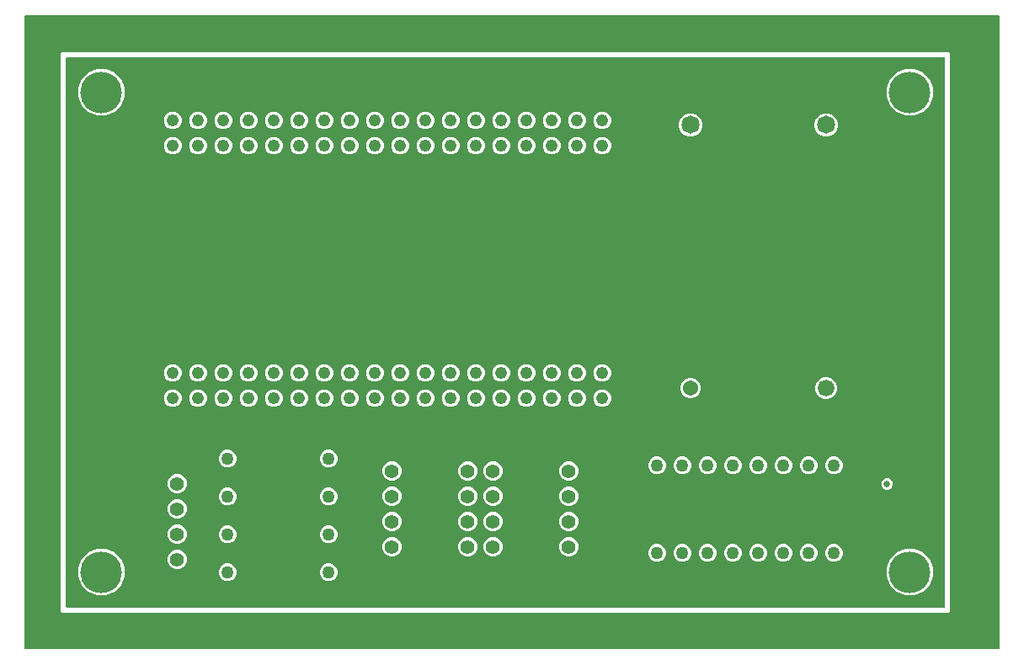
<source format=gbr>
G04 EAGLE Gerber RS-274X export*
G75*
%MOIN*%
%FSLAX34Y34*%
%LPD*%
%INCopper Layer 15*%
%IPPOS*%
%AMOC8*
5,1,8,0,0,1.08239X$1,22.5*%
G01*
%ADD10C,0.071654*%
%ADD11C,0.066142*%
%ADD12C,0.060630*%
%ADD13C,0.049000*%
%ADD14C,0.049606*%
%ADD15C,0.056000*%
%ADD16C,0.165000*%
%ADD17C,0.025780*%

G36*
X37005Y-1549D02*
X37005Y-1549D01*
X37010Y-1548D01*
X37011Y-1548D01*
X37012Y-1548D01*
X37017Y-1546D01*
X37022Y-1544D01*
X37023Y-1544D01*
X37024Y-1543D01*
X37028Y-1540D01*
X37032Y-1537D01*
X37033Y-1536D01*
X37034Y-1536D01*
X37037Y-1532D01*
X37040Y-1528D01*
X37041Y-1527D01*
X37042Y-1526D01*
X37044Y-1522D01*
X37046Y-1517D01*
X37046Y-1516D01*
X37047Y-1515D01*
X37049Y-1503D01*
X37049Y-1501D01*
X37049Y-1500D01*
X37049Y23500D01*
X37049Y23505D01*
X37048Y23510D01*
X37048Y23511D01*
X37048Y23512D01*
X37046Y23517D01*
X37044Y23522D01*
X37044Y23523D01*
X37043Y23524D01*
X37040Y23528D01*
X37037Y23532D01*
X37036Y23533D01*
X37036Y23534D01*
X37032Y23537D01*
X37028Y23540D01*
X37027Y23541D01*
X37026Y23542D01*
X37022Y23544D01*
X37017Y23546D01*
X37016Y23546D01*
X37015Y23547D01*
X37003Y23549D01*
X37001Y23549D01*
X37000Y23549D01*
X-1500Y23549D01*
X-1505Y23549D01*
X-1510Y23548D01*
X-1511Y23548D01*
X-1512Y23548D01*
X-1517Y23546D01*
X-1522Y23544D01*
X-1523Y23544D01*
X-1524Y23543D01*
X-1528Y23540D01*
X-1532Y23537D01*
X-1533Y23536D01*
X-1534Y23536D01*
X-1537Y23532D01*
X-1540Y23528D01*
X-1541Y23527D01*
X-1542Y23526D01*
X-1544Y23522D01*
X-1546Y23517D01*
X-1546Y23516D01*
X-1547Y23515D01*
X-1549Y23503D01*
X-1549Y23501D01*
X-1549Y23500D01*
X-1549Y-1500D01*
X-1549Y-1505D01*
X-1548Y-1510D01*
X-1548Y-1511D01*
X-1548Y-1512D01*
X-1546Y-1517D01*
X-1544Y-1522D01*
X-1544Y-1523D01*
X-1543Y-1524D01*
X-1540Y-1528D01*
X-1537Y-1532D01*
X-1536Y-1533D01*
X-1536Y-1534D01*
X-1532Y-1537D01*
X-1528Y-1540D01*
X-1527Y-1541D01*
X-1526Y-1542D01*
X-1522Y-1544D01*
X-1517Y-1546D01*
X-1516Y-1546D01*
X-1515Y-1547D01*
X-1503Y-1549D01*
X-1501Y-1549D01*
X-1500Y-1549D01*
X37000Y-1549D01*
X37005Y-1549D01*
G37*
%LPC*%
G36*
X-42Y-101D02*
X-42Y-101D01*
X-101Y-42D01*
X-101Y22042D01*
X-42Y22101D01*
X35042Y22101D01*
X35101Y22042D01*
X35101Y-42D01*
X35042Y-101D01*
X-42Y-101D01*
G37*
%LPD*%
G36*
X34855Y101D02*
X34855Y101D01*
X34860Y102D01*
X34861Y102D01*
X34862Y102D01*
X34867Y104D01*
X34872Y106D01*
X34873Y106D01*
X34874Y107D01*
X34878Y110D01*
X34882Y113D01*
X34883Y114D01*
X34884Y114D01*
X34887Y118D01*
X34890Y122D01*
X34891Y123D01*
X34892Y124D01*
X34894Y128D01*
X34896Y133D01*
X34896Y134D01*
X34897Y135D01*
X34899Y147D01*
X34899Y149D01*
X34899Y150D01*
X34899Y21850D01*
X34899Y21855D01*
X34898Y21860D01*
X34898Y21861D01*
X34898Y21862D01*
X34896Y21867D01*
X34894Y21872D01*
X34894Y21873D01*
X34893Y21874D01*
X34890Y21878D01*
X34887Y21882D01*
X34886Y21883D01*
X34886Y21884D01*
X34882Y21887D01*
X34878Y21890D01*
X34877Y21891D01*
X34876Y21892D01*
X34872Y21894D01*
X34867Y21896D01*
X34866Y21896D01*
X34865Y21897D01*
X34853Y21899D01*
X34851Y21899D01*
X34850Y21899D01*
X150Y21899D01*
X145Y21899D01*
X140Y21898D01*
X139Y21898D01*
X138Y21898D01*
X133Y21896D01*
X128Y21894D01*
X127Y21894D01*
X126Y21893D01*
X122Y21890D01*
X118Y21887D01*
X117Y21886D01*
X116Y21886D01*
X113Y21882D01*
X110Y21878D01*
X109Y21877D01*
X108Y21876D01*
X106Y21872D01*
X104Y21867D01*
X104Y21866D01*
X103Y21865D01*
X101Y21853D01*
X101Y21851D01*
X101Y21850D01*
X101Y150D01*
X101Y145D01*
X102Y140D01*
X102Y139D01*
X102Y138D01*
X104Y133D01*
X106Y128D01*
X106Y127D01*
X107Y126D01*
X110Y122D01*
X113Y118D01*
X114Y117D01*
X114Y116D01*
X118Y113D01*
X122Y110D01*
X123Y109D01*
X124Y108D01*
X128Y106D01*
X133Y104D01*
X134Y104D01*
X135Y103D01*
X147Y101D01*
X149Y101D01*
X150Y101D01*
X34850Y101D01*
X34855Y101D01*
G37*
%LPC*%
G36*
X33316Y19574D02*
X33316Y19574D01*
X32976Y19715D01*
X32715Y19976D01*
X32574Y20316D01*
X32574Y20684D01*
X32715Y21024D01*
X32976Y21285D01*
X33316Y21426D01*
X33684Y21426D01*
X34024Y21285D01*
X34285Y21024D01*
X34426Y20684D01*
X34426Y20316D01*
X34285Y19976D01*
X34024Y19715D01*
X33684Y19574D01*
X33316Y19574D01*
G37*
%LPD*%
%LPC*%
G36*
X1316Y19574D02*
X1316Y19574D01*
X976Y19715D01*
X715Y19976D01*
X574Y20316D01*
X574Y20684D01*
X715Y21024D01*
X976Y21285D01*
X1316Y21426D01*
X1684Y21426D01*
X2024Y21285D01*
X2285Y21024D01*
X2426Y20684D01*
X2426Y20316D01*
X2285Y19976D01*
X2024Y19715D01*
X1684Y19574D01*
X1316Y19574D01*
G37*
%LPD*%
%LPC*%
G36*
X33316Y574D02*
X33316Y574D01*
X32976Y715D01*
X32715Y976D01*
X32574Y1316D01*
X32574Y1684D01*
X32715Y2024D01*
X32976Y2285D01*
X33316Y2426D01*
X33684Y2426D01*
X34024Y2285D01*
X34285Y2024D01*
X34426Y1684D01*
X34426Y1316D01*
X34285Y976D01*
X34024Y715D01*
X33684Y574D01*
X33316Y574D01*
G37*
%LPD*%
%LPC*%
G36*
X1316Y574D02*
X1316Y574D01*
X976Y715D01*
X715Y976D01*
X574Y1316D01*
X574Y1684D01*
X715Y2024D01*
X976Y2285D01*
X1316Y2426D01*
X1684Y2426D01*
X2024Y2285D01*
X2285Y2024D01*
X2426Y1684D01*
X2426Y1316D01*
X2285Y976D01*
X2024Y715D01*
X1684Y574D01*
X1316Y574D01*
G37*
%LPD*%
%LPC*%
G36*
X24728Y18754D02*
X24728Y18754D01*
X24559Y18823D01*
X24430Y18953D01*
X24360Y19121D01*
X24360Y19304D01*
X24430Y19473D01*
X24559Y19602D01*
X24728Y19672D01*
X24910Y19672D01*
X25079Y19602D01*
X25208Y19473D01*
X25278Y19304D01*
X25278Y19121D01*
X25208Y18953D01*
X25079Y18823D01*
X24910Y18754D01*
X24728Y18754D01*
G37*
%LPD*%
%LPC*%
G36*
X30090Y18754D02*
X30090Y18754D01*
X29921Y18823D01*
X29792Y18953D01*
X29722Y19121D01*
X29722Y19304D01*
X29792Y19473D01*
X29921Y19602D01*
X30090Y19672D01*
X30272Y19672D01*
X30441Y19602D01*
X30570Y19473D01*
X30640Y19304D01*
X30640Y19121D01*
X30570Y18953D01*
X30441Y18823D01*
X30272Y18754D01*
X30090Y18754D01*
G37*
%LPD*%
%LPC*%
G36*
X30095Y8356D02*
X30095Y8356D01*
X29937Y8422D01*
X29815Y8543D01*
X29750Y8702D01*
X29750Y8873D01*
X29815Y9032D01*
X29937Y9153D01*
X30095Y9219D01*
X30267Y9219D01*
X30426Y9153D01*
X30547Y9032D01*
X30613Y8873D01*
X30613Y8702D01*
X30547Y8543D01*
X30426Y8422D01*
X30267Y8356D01*
X30095Y8356D01*
G37*
%LPD*%
%LPC*%
G36*
X24739Y8384D02*
X24739Y8384D01*
X24590Y8445D01*
X24476Y8559D01*
X24415Y8707D01*
X24415Y8868D01*
X24476Y9016D01*
X24590Y9130D01*
X24739Y9191D01*
X24899Y9191D01*
X25048Y9130D01*
X25161Y9016D01*
X25223Y8868D01*
X25223Y8707D01*
X25161Y8559D01*
X25048Y8445D01*
X24899Y8384D01*
X24739Y8384D01*
G37*
%LPD*%
%LPC*%
G36*
X19924Y2119D02*
X19924Y2119D01*
X19784Y2177D01*
X19677Y2284D01*
X19619Y2424D01*
X19619Y2576D01*
X19677Y2716D01*
X19784Y2823D01*
X19924Y2881D01*
X20076Y2881D01*
X20216Y2823D01*
X20323Y2716D01*
X20381Y2576D01*
X20381Y2424D01*
X20323Y2284D01*
X20216Y2177D01*
X20076Y2119D01*
X19924Y2119D01*
G37*
%LPD*%
%LPC*%
G36*
X16924Y3119D02*
X16924Y3119D01*
X16784Y3177D01*
X16677Y3284D01*
X16619Y3424D01*
X16619Y3576D01*
X16677Y3716D01*
X16784Y3823D01*
X16924Y3881D01*
X17076Y3881D01*
X17216Y3823D01*
X17323Y3716D01*
X17381Y3576D01*
X17381Y3424D01*
X17323Y3284D01*
X17216Y3177D01*
X17076Y3119D01*
X16924Y3119D01*
G37*
%LPD*%
%LPC*%
G36*
X15924Y3119D02*
X15924Y3119D01*
X15784Y3177D01*
X15677Y3284D01*
X15619Y3424D01*
X15619Y3576D01*
X15677Y3716D01*
X15784Y3823D01*
X15924Y3881D01*
X16076Y3881D01*
X16216Y3823D01*
X16323Y3716D01*
X16381Y3576D01*
X16381Y3424D01*
X16323Y3284D01*
X16216Y3177D01*
X16076Y3119D01*
X15924Y3119D01*
G37*
%LPD*%
%LPC*%
G36*
X12924Y3119D02*
X12924Y3119D01*
X12784Y3177D01*
X12677Y3284D01*
X12619Y3424D01*
X12619Y3576D01*
X12677Y3716D01*
X12784Y3823D01*
X12924Y3881D01*
X13076Y3881D01*
X13216Y3823D01*
X13323Y3716D01*
X13381Y3576D01*
X13381Y3424D01*
X13323Y3284D01*
X13216Y3177D01*
X13076Y3119D01*
X12924Y3119D01*
G37*
%LPD*%
%LPC*%
G36*
X4424Y2619D02*
X4424Y2619D01*
X4284Y2677D01*
X4177Y2784D01*
X4119Y2924D01*
X4119Y3076D01*
X4177Y3216D01*
X4284Y3323D01*
X4424Y3381D01*
X4576Y3381D01*
X4716Y3323D01*
X4823Y3216D01*
X4881Y3076D01*
X4881Y2924D01*
X4823Y2784D01*
X4716Y2677D01*
X4576Y2619D01*
X4424Y2619D01*
G37*
%LPD*%
%LPC*%
G36*
X16924Y2119D02*
X16924Y2119D01*
X16784Y2177D01*
X16677Y2284D01*
X16619Y2424D01*
X16619Y2576D01*
X16677Y2716D01*
X16784Y2823D01*
X16924Y2881D01*
X17076Y2881D01*
X17216Y2823D01*
X17323Y2716D01*
X17381Y2576D01*
X17381Y2424D01*
X17323Y2284D01*
X17216Y2177D01*
X17076Y2119D01*
X16924Y2119D01*
G37*
%LPD*%
%LPC*%
G36*
X15924Y2119D02*
X15924Y2119D01*
X15784Y2177D01*
X15677Y2284D01*
X15619Y2424D01*
X15619Y2576D01*
X15677Y2716D01*
X15784Y2823D01*
X15924Y2881D01*
X16076Y2881D01*
X16216Y2823D01*
X16323Y2716D01*
X16381Y2576D01*
X16381Y2424D01*
X16323Y2284D01*
X16216Y2177D01*
X16076Y2119D01*
X15924Y2119D01*
G37*
%LPD*%
%LPC*%
G36*
X12924Y2119D02*
X12924Y2119D01*
X12784Y2177D01*
X12677Y2284D01*
X12619Y2424D01*
X12619Y2576D01*
X12677Y2716D01*
X12784Y2823D01*
X12924Y2881D01*
X13076Y2881D01*
X13216Y2823D01*
X13323Y2716D01*
X13381Y2576D01*
X13381Y2424D01*
X13323Y2284D01*
X13216Y2177D01*
X13076Y2119D01*
X12924Y2119D01*
G37*
%LPD*%
%LPC*%
G36*
X4424Y1619D02*
X4424Y1619D01*
X4284Y1677D01*
X4177Y1784D01*
X4119Y1924D01*
X4119Y2076D01*
X4177Y2216D01*
X4284Y2323D01*
X4424Y2381D01*
X4576Y2381D01*
X4716Y2323D01*
X4823Y2216D01*
X4881Y2076D01*
X4881Y1924D01*
X4823Y1784D01*
X4716Y1677D01*
X4576Y1619D01*
X4424Y1619D01*
G37*
%LPD*%
%LPC*%
G36*
X19924Y5119D02*
X19924Y5119D01*
X19784Y5177D01*
X19677Y5284D01*
X19619Y5424D01*
X19619Y5576D01*
X19677Y5716D01*
X19784Y5823D01*
X19924Y5881D01*
X20076Y5881D01*
X20216Y5823D01*
X20323Y5716D01*
X20381Y5576D01*
X20381Y5424D01*
X20323Y5284D01*
X20216Y5177D01*
X20076Y5119D01*
X19924Y5119D01*
G37*
%LPD*%
%LPC*%
G36*
X16924Y5119D02*
X16924Y5119D01*
X16784Y5177D01*
X16677Y5284D01*
X16619Y5424D01*
X16619Y5576D01*
X16677Y5716D01*
X16784Y5823D01*
X16924Y5881D01*
X17076Y5881D01*
X17216Y5823D01*
X17323Y5716D01*
X17381Y5576D01*
X17381Y5424D01*
X17323Y5284D01*
X17216Y5177D01*
X17076Y5119D01*
X16924Y5119D01*
G37*
%LPD*%
%LPC*%
G36*
X15924Y5119D02*
X15924Y5119D01*
X15784Y5177D01*
X15677Y5284D01*
X15619Y5424D01*
X15619Y5576D01*
X15677Y5716D01*
X15784Y5823D01*
X15924Y5881D01*
X16076Y5881D01*
X16216Y5823D01*
X16323Y5716D01*
X16381Y5576D01*
X16381Y5424D01*
X16323Y5284D01*
X16216Y5177D01*
X16076Y5119D01*
X15924Y5119D01*
G37*
%LPD*%
%LPC*%
G36*
X12924Y5119D02*
X12924Y5119D01*
X12784Y5177D01*
X12677Y5284D01*
X12619Y5424D01*
X12619Y5576D01*
X12677Y5716D01*
X12784Y5823D01*
X12924Y5881D01*
X13076Y5881D01*
X13216Y5823D01*
X13323Y5716D01*
X13381Y5576D01*
X13381Y5424D01*
X13323Y5284D01*
X13216Y5177D01*
X13076Y5119D01*
X12924Y5119D01*
G37*
%LPD*%
%LPC*%
G36*
X4424Y4619D02*
X4424Y4619D01*
X4284Y4677D01*
X4177Y4784D01*
X4119Y4924D01*
X4119Y5076D01*
X4177Y5216D01*
X4284Y5323D01*
X4424Y5381D01*
X4576Y5381D01*
X4716Y5323D01*
X4823Y5216D01*
X4881Y5076D01*
X4881Y4924D01*
X4823Y4784D01*
X4716Y4677D01*
X4576Y4619D01*
X4424Y4619D01*
G37*
%LPD*%
%LPC*%
G36*
X19924Y4119D02*
X19924Y4119D01*
X19784Y4177D01*
X19677Y4284D01*
X19619Y4424D01*
X19619Y4576D01*
X19677Y4716D01*
X19784Y4823D01*
X19924Y4881D01*
X20076Y4881D01*
X20216Y4823D01*
X20323Y4716D01*
X20381Y4576D01*
X20381Y4424D01*
X20323Y4284D01*
X20216Y4177D01*
X20076Y4119D01*
X19924Y4119D01*
G37*
%LPD*%
%LPC*%
G36*
X16924Y4119D02*
X16924Y4119D01*
X16784Y4177D01*
X16677Y4284D01*
X16619Y4424D01*
X16619Y4576D01*
X16677Y4716D01*
X16784Y4823D01*
X16924Y4881D01*
X17076Y4881D01*
X17216Y4823D01*
X17323Y4716D01*
X17381Y4576D01*
X17381Y4424D01*
X17323Y4284D01*
X17216Y4177D01*
X17076Y4119D01*
X16924Y4119D01*
G37*
%LPD*%
%LPC*%
G36*
X15924Y4119D02*
X15924Y4119D01*
X15784Y4177D01*
X15677Y4284D01*
X15619Y4424D01*
X15619Y4576D01*
X15677Y4716D01*
X15784Y4823D01*
X15924Y4881D01*
X16076Y4881D01*
X16216Y4823D01*
X16323Y4716D01*
X16381Y4576D01*
X16381Y4424D01*
X16323Y4284D01*
X16216Y4177D01*
X16076Y4119D01*
X15924Y4119D01*
G37*
%LPD*%
%LPC*%
G36*
X12924Y4119D02*
X12924Y4119D01*
X12784Y4177D01*
X12677Y4284D01*
X12619Y4424D01*
X12619Y4576D01*
X12677Y4716D01*
X12784Y4823D01*
X12924Y4881D01*
X13076Y4881D01*
X13216Y4823D01*
X13323Y4716D01*
X13381Y4576D01*
X13381Y4424D01*
X13323Y4284D01*
X13216Y4177D01*
X13076Y4119D01*
X12924Y4119D01*
G37*
%LPD*%
%LPC*%
G36*
X4424Y3619D02*
X4424Y3619D01*
X4284Y3677D01*
X4177Y3784D01*
X4119Y3924D01*
X4119Y4076D01*
X4177Y4216D01*
X4284Y4323D01*
X4424Y4381D01*
X4576Y4381D01*
X4716Y4323D01*
X4823Y4216D01*
X4881Y4076D01*
X4881Y3924D01*
X4823Y3784D01*
X4716Y3677D01*
X4576Y3619D01*
X4424Y3619D01*
G37*
%LPD*%
%LPC*%
G36*
X19924Y3119D02*
X19924Y3119D01*
X19784Y3177D01*
X19677Y3284D01*
X19619Y3424D01*
X19619Y3576D01*
X19677Y3716D01*
X19784Y3823D01*
X19924Y3881D01*
X20076Y3881D01*
X20216Y3823D01*
X20323Y3716D01*
X20381Y3576D01*
X20381Y3424D01*
X20323Y3284D01*
X20216Y3177D01*
X20076Y3119D01*
X19924Y3119D01*
G37*
%LPD*%
%LPC*%
G36*
X10431Y5651D02*
X10431Y5651D01*
X10302Y5704D01*
X10204Y5802D01*
X10151Y5931D01*
X10151Y6069D01*
X10204Y6198D01*
X10302Y6296D01*
X10431Y6349D01*
X10569Y6349D01*
X10698Y6296D01*
X10796Y6198D01*
X10849Y6069D01*
X10849Y5931D01*
X10796Y5802D01*
X10698Y5704D01*
X10569Y5651D01*
X10431Y5651D01*
G37*
%LPD*%
%LPC*%
G36*
X6431Y5651D02*
X6431Y5651D01*
X6302Y5704D01*
X6204Y5802D01*
X6151Y5931D01*
X6151Y6069D01*
X6204Y6198D01*
X6302Y6296D01*
X6431Y6349D01*
X6569Y6349D01*
X6698Y6296D01*
X6796Y6198D01*
X6849Y6069D01*
X6849Y5931D01*
X6796Y5802D01*
X6698Y5704D01*
X6569Y5651D01*
X6431Y5651D01*
G37*
%LPD*%
%LPC*%
G36*
X26431Y5384D02*
X26431Y5384D01*
X26302Y5437D01*
X26204Y5535D01*
X26151Y5663D01*
X26151Y5802D01*
X26204Y5930D01*
X26302Y6028D01*
X26431Y6081D01*
X26569Y6081D01*
X26698Y6028D01*
X26796Y5930D01*
X26849Y5802D01*
X26849Y5663D01*
X26796Y5535D01*
X26698Y5437D01*
X26569Y5384D01*
X26431Y5384D01*
G37*
%LPD*%
%LPC*%
G36*
X25431Y5384D02*
X25431Y5384D01*
X25302Y5437D01*
X25204Y5535D01*
X25151Y5663D01*
X25151Y5802D01*
X25204Y5930D01*
X25302Y6028D01*
X25431Y6081D01*
X25569Y6081D01*
X25698Y6028D01*
X25796Y5930D01*
X25849Y5802D01*
X25849Y5663D01*
X25796Y5535D01*
X25698Y5437D01*
X25569Y5384D01*
X25431Y5384D01*
G37*
%LPD*%
%LPC*%
G36*
X24431Y5384D02*
X24431Y5384D01*
X24302Y5437D01*
X24204Y5535D01*
X24151Y5663D01*
X24151Y5802D01*
X24204Y5930D01*
X24302Y6028D01*
X24431Y6081D01*
X24569Y6081D01*
X24698Y6028D01*
X24796Y5930D01*
X24849Y5802D01*
X24849Y5663D01*
X24796Y5535D01*
X24698Y5437D01*
X24569Y5384D01*
X24431Y5384D01*
G37*
%LPD*%
%LPC*%
G36*
X23431Y5384D02*
X23431Y5384D01*
X23302Y5437D01*
X23204Y5535D01*
X23151Y5663D01*
X23151Y5802D01*
X23204Y5930D01*
X23302Y6028D01*
X23431Y6081D01*
X23569Y6081D01*
X23698Y6028D01*
X23796Y5930D01*
X23849Y5802D01*
X23849Y5663D01*
X23796Y5535D01*
X23698Y5437D01*
X23569Y5384D01*
X23431Y5384D01*
G37*
%LPD*%
%LPC*%
G36*
X30431Y5384D02*
X30431Y5384D01*
X30302Y5437D01*
X30204Y5535D01*
X30151Y5663D01*
X30151Y5802D01*
X30204Y5930D01*
X30302Y6028D01*
X30431Y6081D01*
X30569Y6081D01*
X30698Y6028D01*
X30796Y5930D01*
X30849Y5802D01*
X30849Y5663D01*
X30796Y5535D01*
X30698Y5437D01*
X30569Y5384D01*
X30431Y5384D01*
G37*
%LPD*%
%LPC*%
G36*
X29431Y5384D02*
X29431Y5384D01*
X29302Y5437D01*
X29204Y5535D01*
X29151Y5663D01*
X29151Y5802D01*
X29204Y5930D01*
X29302Y6028D01*
X29431Y6081D01*
X29569Y6081D01*
X29698Y6028D01*
X29796Y5930D01*
X29849Y5802D01*
X29849Y5663D01*
X29796Y5535D01*
X29698Y5437D01*
X29569Y5384D01*
X29431Y5384D01*
G37*
%LPD*%
%LPC*%
G36*
X10431Y4151D02*
X10431Y4151D01*
X10302Y4204D01*
X10204Y4302D01*
X10151Y4431D01*
X10151Y4569D01*
X10204Y4698D01*
X10302Y4796D01*
X10431Y4849D01*
X10569Y4849D01*
X10698Y4796D01*
X10796Y4698D01*
X10849Y4569D01*
X10849Y4431D01*
X10796Y4302D01*
X10698Y4204D01*
X10569Y4151D01*
X10431Y4151D01*
G37*
%LPD*%
%LPC*%
G36*
X6431Y4151D02*
X6431Y4151D01*
X6302Y4204D01*
X6204Y4302D01*
X6151Y4431D01*
X6151Y4569D01*
X6204Y4698D01*
X6302Y4796D01*
X6431Y4849D01*
X6569Y4849D01*
X6698Y4796D01*
X6796Y4698D01*
X6849Y4569D01*
X6849Y4431D01*
X6796Y4302D01*
X6698Y4204D01*
X6569Y4151D01*
X6431Y4151D01*
G37*
%LPD*%
%LPC*%
G36*
X10431Y2651D02*
X10431Y2651D01*
X10302Y2704D01*
X10204Y2802D01*
X10151Y2931D01*
X10151Y3069D01*
X10204Y3198D01*
X10302Y3296D01*
X10431Y3349D01*
X10569Y3349D01*
X10698Y3296D01*
X10796Y3198D01*
X10849Y3069D01*
X10849Y2931D01*
X10796Y2802D01*
X10698Y2704D01*
X10569Y2651D01*
X10431Y2651D01*
G37*
%LPD*%
%LPC*%
G36*
X30431Y1919D02*
X30431Y1919D01*
X30302Y1972D01*
X30204Y2070D01*
X30151Y2198D01*
X30151Y2337D01*
X30204Y2465D01*
X30302Y2563D01*
X30431Y2616D01*
X30569Y2616D01*
X30698Y2563D01*
X30796Y2465D01*
X30849Y2337D01*
X30849Y2198D01*
X30796Y2070D01*
X30698Y1972D01*
X30569Y1919D01*
X30431Y1919D01*
G37*
%LPD*%
%LPC*%
G36*
X29431Y1919D02*
X29431Y1919D01*
X29302Y1972D01*
X29204Y2070D01*
X29151Y2198D01*
X29151Y2337D01*
X29204Y2465D01*
X29302Y2563D01*
X29431Y2616D01*
X29569Y2616D01*
X29698Y2563D01*
X29796Y2465D01*
X29849Y2337D01*
X29849Y2198D01*
X29796Y2070D01*
X29698Y1972D01*
X29569Y1919D01*
X29431Y1919D01*
G37*
%LPD*%
%LPC*%
G36*
X28431Y1919D02*
X28431Y1919D01*
X28302Y1972D01*
X28204Y2070D01*
X28151Y2198D01*
X28151Y2337D01*
X28204Y2465D01*
X28302Y2563D01*
X28431Y2616D01*
X28569Y2616D01*
X28698Y2563D01*
X28796Y2465D01*
X28849Y2337D01*
X28849Y2198D01*
X28796Y2070D01*
X28698Y1972D01*
X28569Y1919D01*
X28431Y1919D01*
G37*
%LPD*%
%LPC*%
G36*
X27431Y1919D02*
X27431Y1919D01*
X27302Y1972D01*
X27204Y2070D01*
X27151Y2198D01*
X27151Y2337D01*
X27204Y2465D01*
X27302Y2563D01*
X27431Y2616D01*
X27569Y2616D01*
X27698Y2563D01*
X27796Y2465D01*
X27849Y2337D01*
X27849Y2198D01*
X27796Y2070D01*
X27698Y1972D01*
X27569Y1919D01*
X27431Y1919D01*
G37*
%LPD*%
%LPC*%
G36*
X26431Y1919D02*
X26431Y1919D01*
X26302Y1972D01*
X26204Y2070D01*
X26151Y2198D01*
X26151Y2337D01*
X26204Y2465D01*
X26302Y2563D01*
X26431Y2616D01*
X26569Y2616D01*
X26698Y2563D01*
X26796Y2465D01*
X26849Y2337D01*
X26849Y2198D01*
X26796Y2070D01*
X26698Y1972D01*
X26569Y1919D01*
X26431Y1919D01*
G37*
%LPD*%
%LPC*%
G36*
X25431Y1919D02*
X25431Y1919D01*
X25302Y1972D01*
X25204Y2070D01*
X25151Y2198D01*
X25151Y2337D01*
X25204Y2465D01*
X25302Y2563D01*
X25431Y2616D01*
X25569Y2616D01*
X25698Y2563D01*
X25796Y2465D01*
X25849Y2337D01*
X25849Y2198D01*
X25796Y2070D01*
X25698Y1972D01*
X25569Y1919D01*
X25431Y1919D01*
G37*
%LPD*%
%LPC*%
G36*
X24431Y1919D02*
X24431Y1919D01*
X24302Y1972D01*
X24204Y2070D01*
X24151Y2198D01*
X24151Y2337D01*
X24204Y2465D01*
X24302Y2563D01*
X24431Y2616D01*
X24569Y2616D01*
X24698Y2563D01*
X24796Y2465D01*
X24849Y2337D01*
X24849Y2198D01*
X24796Y2070D01*
X24698Y1972D01*
X24569Y1919D01*
X24431Y1919D01*
G37*
%LPD*%
%LPC*%
G36*
X23431Y1919D02*
X23431Y1919D01*
X23302Y1972D01*
X23204Y2070D01*
X23151Y2198D01*
X23151Y2337D01*
X23204Y2465D01*
X23302Y2563D01*
X23431Y2616D01*
X23569Y2616D01*
X23698Y2563D01*
X23796Y2465D01*
X23849Y2337D01*
X23849Y2198D01*
X23796Y2070D01*
X23698Y1972D01*
X23569Y1919D01*
X23431Y1919D01*
G37*
%LPD*%
%LPC*%
G36*
X27431Y5384D02*
X27431Y5384D01*
X27302Y5437D01*
X27204Y5535D01*
X27151Y5663D01*
X27151Y5802D01*
X27204Y5930D01*
X27302Y6028D01*
X27431Y6081D01*
X27569Y6081D01*
X27698Y6028D01*
X27796Y5930D01*
X27849Y5802D01*
X27849Y5663D01*
X27796Y5535D01*
X27698Y5437D01*
X27569Y5384D01*
X27431Y5384D01*
G37*
%LPD*%
%LPC*%
G36*
X28431Y5384D02*
X28431Y5384D01*
X28302Y5437D01*
X28204Y5535D01*
X28151Y5663D01*
X28151Y5802D01*
X28204Y5930D01*
X28302Y6028D01*
X28431Y6081D01*
X28569Y6081D01*
X28698Y6028D01*
X28796Y5930D01*
X28849Y5802D01*
X28849Y5663D01*
X28796Y5535D01*
X28698Y5437D01*
X28569Y5384D01*
X28431Y5384D01*
G37*
%LPD*%
%LPC*%
G36*
X6431Y2651D02*
X6431Y2651D01*
X6302Y2704D01*
X6204Y2802D01*
X6151Y2931D01*
X6151Y3069D01*
X6204Y3198D01*
X6302Y3296D01*
X6431Y3349D01*
X6569Y3349D01*
X6698Y3296D01*
X6796Y3198D01*
X6849Y3069D01*
X6849Y2931D01*
X6796Y2802D01*
X6698Y2704D01*
X6569Y2651D01*
X6431Y2651D01*
G37*
%LPD*%
%LPC*%
G36*
X10431Y1151D02*
X10431Y1151D01*
X10302Y1204D01*
X10204Y1302D01*
X10151Y1431D01*
X10151Y1569D01*
X10204Y1698D01*
X10302Y1796D01*
X10431Y1849D01*
X10569Y1849D01*
X10698Y1796D01*
X10796Y1698D01*
X10849Y1569D01*
X10849Y1431D01*
X10796Y1302D01*
X10698Y1204D01*
X10569Y1151D01*
X10431Y1151D01*
G37*
%LPD*%
%LPC*%
G36*
X6431Y1151D02*
X6431Y1151D01*
X6302Y1204D01*
X6204Y1302D01*
X6151Y1431D01*
X6151Y1569D01*
X6204Y1698D01*
X6302Y1796D01*
X6431Y1849D01*
X6569Y1849D01*
X6698Y1796D01*
X6796Y1698D01*
X6849Y1569D01*
X6849Y1431D01*
X6796Y1302D01*
X6698Y1204D01*
X6569Y1151D01*
X6431Y1151D01*
G37*
%LPD*%
%LPC*%
G36*
X13258Y9044D02*
X13258Y9044D01*
X13131Y9097D01*
X13034Y9194D01*
X12981Y9321D01*
X12981Y9459D01*
X13034Y9586D01*
X13131Y9683D01*
X13258Y9736D01*
X13396Y9736D01*
X13523Y9683D01*
X13620Y9586D01*
X13673Y9459D01*
X13673Y9321D01*
X13620Y9194D01*
X13523Y9097D01*
X13396Y9044D01*
X13258Y9044D01*
G37*
%LPD*%
%LPC*%
G36*
X12258Y9044D02*
X12258Y9044D01*
X12131Y9097D01*
X12034Y9194D01*
X11981Y9321D01*
X11981Y9459D01*
X12034Y9586D01*
X12131Y9683D01*
X12258Y9736D01*
X12396Y9736D01*
X12523Y9683D01*
X12620Y9586D01*
X12673Y9459D01*
X12673Y9321D01*
X12620Y9194D01*
X12523Y9097D01*
X12396Y9044D01*
X12258Y9044D01*
G37*
%LPD*%
%LPC*%
G36*
X11258Y9044D02*
X11258Y9044D01*
X11131Y9097D01*
X11034Y9194D01*
X10981Y9321D01*
X10981Y9459D01*
X11034Y9586D01*
X11131Y9683D01*
X11258Y9736D01*
X11396Y9736D01*
X11523Y9683D01*
X11620Y9586D01*
X11673Y9459D01*
X11673Y9321D01*
X11620Y9194D01*
X11523Y9097D01*
X11396Y9044D01*
X11258Y9044D01*
G37*
%LPD*%
%LPC*%
G36*
X10258Y9044D02*
X10258Y9044D01*
X10131Y9097D01*
X10034Y9194D01*
X9981Y9321D01*
X9981Y9459D01*
X10034Y9586D01*
X10131Y9683D01*
X10258Y9736D01*
X10396Y9736D01*
X10523Y9683D01*
X10620Y9586D01*
X10673Y9459D01*
X10673Y9321D01*
X10620Y9194D01*
X10523Y9097D01*
X10396Y9044D01*
X10258Y9044D01*
G37*
%LPD*%
%LPC*%
G36*
X9258Y9044D02*
X9258Y9044D01*
X9131Y9097D01*
X9034Y9194D01*
X8981Y9321D01*
X8981Y9459D01*
X9034Y9586D01*
X9131Y9683D01*
X9258Y9736D01*
X9396Y9736D01*
X9523Y9683D01*
X9620Y9586D01*
X9673Y9459D01*
X9673Y9321D01*
X9620Y9194D01*
X9523Y9097D01*
X9396Y9044D01*
X9258Y9044D01*
G37*
%LPD*%
%LPC*%
G36*
X8258Y9044D02*
X8258Y9044D01*
X8131Y9097D01*
X8034Y9194D01*
X7981Y9321D01*
X7981Y9459D01*
X8034Y9586D01*
X8131Y9683D01*
X8258Y9736D01*
X8396Y9736D01*
X8523Y9683D01*
X8620Y9586D01*
X8673Y9459D01*
X8673Y9321D01*
X8620Y9194D01*
X8523Y9097D01*
X8396Y9044D01*
X8258Y9044D01*
G37*
%LPD*%
%LPC*%
G36*
X7258Y9044D02*
X7258Y9044D01*
X7131Y9097D01*
X7034Y9194D01*
X6981Y9321D01*
X6981Y9459D01*
X7034Y9586D01*
X7131Y9683D01*
X7258Y9736D01*
X7396Y9736D01*
X7523Y9683D01*
X7620Y9586D01*
X7673Y9459D01*
X7673Y9321D01*
X7620Y9194D01*
X7523Y9097D01*
X7396Y9044D01*
X7258Y9044D01*
G37*
%LPD*%
%LPC*%
G36*
X6258Y9044D02*
X6258Y9044D01*
X6131Y9097D01*
X6034Y9194D01*
X5981Y9321D01*
X5981Y9459D01*
X6034Y9586D01*
X6131Y9683D01*
X6258Y9736D01*
X6396Y9736D01*
X6523Y9683D01*
X6620Y9586D01*
X6673Y9459D01*
X6673Y9321D01*
X6620Y9194D01*
X6523Y9097D01*
X6396Y9044D01*
X6258Y9044D01*
G37*
%LPD*%
%LPC*%
G36*
X16258Y8044D02*
X16258Y8044D01*
X16131Y8097D01*
X16034Y8194D01*
X15981Y8321D01*
X15981Y8459D01*
X16034Y8586D01*
X16131Y8683D01*
X16258Y8736D01*
X16396Y8736D01*
X16523Y8683D01*
X16620Y8586D01*
X16673Y8459D01*
X16673Y8321D01*
X16620Y8194D01*
X16523Y8097D01*
X16396Y8044D01*
X16258Y8044D01*
G37*
%LPD*%
%LPC*%
G36*
X10258Y19044D02*
X10258Y19044D01*
X10131Y19097D01*
X10034Y19194D01*
X9981Y19321D01*
X9981Y19459D01*
X10034Y19586D01*
X10131Y19683D01*
X10258Y19736D01*
X10396Y19736D01*
X10523Y19683D01*
X10620Y19586D01*
X10673Y19459D01*
X10673Y19321D01*
X10620Y19194D01*
X10523Y19097D01*
X10396Y19044D01*
X10258Y19044D01*
G37*
%LPD*%
%LPC*%
G36*
X21258Y8044D02*
X21258Y8044D01*
X21131Y8097D01*
X21034Y8194D01*
X20981Y8321D01*
X20981Y8459D01*
X21034Y8586D01*
X21131Y8683D01*
X21258Y8736D01*
X21396Y8736D01*
X21523Y8683D01*
X21620Y8586D01*
X21673Y8459D01*
X21673Y8321D01*
X21620Y8194D01*
X21523Y8097D01*
X21396Y8044D01*
X21258Y8044D01*
G37*
%LPD*%
%LPC*%
G36*
X20258Y8044D02*
X20258Y8044D01*
X20131Y8097D01*
X20034Y8194D01*
X19981Y8321D01*
X19981Y8459D01*
X20034Y8586D01*
X20131Y8683D01*
X20258Y8736D01*
X20396Y8736D01*
X20523Y8683D01*
X20620Y8586D01*
X20673Y8459D01*
X20673Y8321D01*
X20620Y8194D01*
X20523Y8097D01*
X20396Y8044D01*
X20258Y8044D01*
G37*
%LPD*%
%LPC*%
G36*
X19258Y8044D02*
X19258Y8044D01*
X19131Y8097D01*
X19034Y8194D01*
X18981Y8321D01*
X18981Y8459D01*
X19034Y8586D01*
X19131Y8683D01*
X19258Y8736D01*
X19396Y8736D01*
X19523Y8683D01*
X19620Y8586D01*
X19673Y8459D01*
X19673Y8321D01*
X19620Y8194D01*
X19523Y8097D01*
X19396Y8044D01*
X19258Y8044D01*
G37*
%LPD*%
%LPC*%
G36*
X18258Y8044D02*
X18258Y8044D01*
X18131Y8097D01*
X18034Y8194D01*
X17981Y8321D01*
X17981Y8459D01*
X18034Y8586D01*
X18131Y8683D01*
X18258Y8736D01*
X18396Y8736D01*
X18523Y8683D01*
X18620Y8586D01*
X18673Y8459D01*
X18673Y8321D01*
X18620Y8194D01*
X18523Y8097D01*
X18396Y8044D01*
X18258Y8044D01*
G37*
%LPD*%
%LPC*%
G36*
X17258Y8044D02*
X17258Y8044D01*
X17131Y8097D01*
X17034Y8194D01*
X16981Y8321D01*
X16981Y8459D01*
X17034Y8586D01*
X17131Y8683D01*
X17258Y8736D01*
X17396Y8736D01*
X17523Y8683D01*
X17620Y8586D01*
X17673Y8459D01*
X17673Y8321D01*
X17620Y8194D01*
X17523Y8097D01*
X17396Y8044D01*
X17258Y8044D01*
G37*
%LPD*%
%LPC*%
G36*
X8258Y8044D02*
X8258Y8044D01*
X8131Y8097D01*
X8034Y8194D01*
X7981Y8321D01*
X7981Y8459D01*
X8034Y8586D01*
X8131Y8683D01*
X8258Y8736D01*
X8396Y8736D01*
X8523Y8683D01*
X8620Y8586D01*
X8673Y8459D01*
X8673Y8321D01*
X8620Y8194D01*
X8523Y8097D01*
X8396Y8044D01*
X8258Y8044D01*
G37*
%LPD*%
%LPC*%
G36*
X7258Y8044D02*
X7258Y8044D01*
X7131Y8097D01*
X7034Y8194D01*
X6981Y8321D01*
X6981Y8459D01*
X7034Y8586D01*
X7131Y8683D01*
X7258Y8736D01*
X7396Y8736D01*
X7523Y8683D01*
X7620Y8586D01*
X7673Y8459D01*
X7673Y8321D01*
X7620Y8194D01*
X7523Y8097D01*
X7396Y8044D01*
X7258Y8044D01*
G37*
%LPD*%
%LPC*%
G36*
X14258Y8044D02*
X14258Y8044D01*
X14131Y8097D01*
X14034Y8194D01*
X13981Y8321D01*
X13981Y8459D01*
X14034Y8586D01*
X14131Y8683D01*
X14258Y8736D01*
X14396Y8736D01*
X14523Y8683D01*
X14620Y8586D01*
X14673Y8459D01*
X14673Y8321D01*
X14620Y8194D01*
X14523Y8097D01*
X14396Y8044D01*
X14258Y8044D01*
G37*
%LPD*%
%LPC*%
G36*
X13258Y8044D02*
X13258Y8044D01*
X13131Y8097D01*
X13034Y8194D01*
X12981Y8321D01*
X12981Y8459D01*
X13034Y8586D01*
X13131Y8683D01*
X13258Y8736D01*
X13396Y8736D01*
X13523Y8683D01*
X13620Y8586D01*
X13673Y8459D01*
X13673Y8321D01*
X13620Y8194D01*
X13523Y8097D01*
X13396Y8044D01*
X13258Y8044D01*
G37*
%LPD*%
%LPC*%
G36*
X12258Y8044D02*
X12258Y8044D01*
X12131Y8097D01*
X12034Y8194D01*
X11981Y8321D01*
X11981Y8459D01*
X12034Y8586D01*
X12131Y8683D01*
X12258Y8736D01*
X12396Y8736D01*
X12523Y8683D01*
X12620Y8586D01*
X12673Y8459D01*
X12673Y8321D01*
X12620Y8194D01*
X12523Y8097D01*
X12396Y8044D01*
X12258Y8044D01*
G37*
%LPD*%
%LPC*%
G36*
X11258Y8044D02*
X11258Y8044D01*
X11131Y8097D01*
X11034Y8194D01*
X10981Y8321D01*
X10981Y8459D01*
X11034Y8586D01*
X11131Y8683D01*
X11258Y8736D01*
X11396Y8736D01*
X11523Y8683D01*
X11620Y8586D01*
X11673Y8459D01*
X11673Y8321D01*
X11620Y8194D01*
X11523Y8097D01*
X11396Y8044D01*
X11258Y8044D01*
G37*
%LPD*%
%LPC*%
G36*
X10258Y8044D02*
X10258Y8044D01*
X10131Y8097D01*
X10034Y8194D01*
X9981Y8321D01*
X9981Y8459D01*
X10034Y8586D01*
X10131Y8683D01*
X10258Y8736D01*
X10396Y8736D01*
X10523Y8683D01*
X10620Y8586D01*
X10673Y8459D01*
X10673Y8321D01*
X10620Y8194D01*
X10523Y8097D01*
X10396Y8044D01*
X10258Y8044D01*
G37*
%LPD*%
%LPC*%
G36*
X9258Y8044D02*
X9258Y8044D01*
X9131Y8097D01*
X9034Y8194D01*
X8981Y8321D01*
X8981Y8459D01*
X9034Y8586D01*
X9131Y8683D01*
X9258Y8736D01*
X9396Y8736D01*
X9523Y8683D01*
X9620Y8586D01*
X9673Y8459D01*
X9673Y8321D01*
X9620Y8194D01*
X9523Y8097D01*
X9396Y8044D01*
X9258Y8044D01*
G37*
%LPD*%
%LPC*%
G36*
X6258Y8044D02*
X6258Y8044D01*
X6131Y8097D01*
X6034Y8194D01*
X5981Y8321D01*
X5981Y8459D01*
X6034Y8586D01*
X6131Y8683D01*
X6258Y8736D01*
X6396Y8736D01*
X6523Y8683D01*
X6620Y8586D01*
X6673Y8459D01*
X6673Y8321D01*
X6620Y8194D01*
X6523Y8097D01*
X6396Y8044D01*
X6258Y8044D01*
G37*
%LPD*%
%LPC*%
G36*
X5258Y8044D02*
X5258Y8044D01*
X5131Y8097D01*
X5034Y8194D01*
X4981Y8321D01*
X4981Y8459D01*
X5034Y8586D01*
X5131Y8683D01*
X5258Y8736D01*
X5396Y8736D01*
X5523Y8683D01*
X5620Y8586D01*
X5673Y8459D01*
X5673Y8321D01*
X5620Y8194D01*
X5523Y8097D01*
X5396Y8044D01*
X5258Y8044D01*
G37*
%LPD*%
%LPC*%
G36*
X4258Y8044D02*
X4258Y8044D01*
X4131Y8097D01*
X4034Y8194D01*
X3981Y8321D01*
X3981Y8459D01*
X4034Y8586D01*
X4131Y8683D01*
X4258Y8736D01*
X4396Y8736D01*
X4523Y8683D01*
X4620Y8586D01*
X4673Y8459D01*
X4673Y8321D01*
X4620Y8194D01*
X4523Y8097D01*
X4396Y8044D01*
X4258Y8044D01*
G37*
%LPD*%
%LPC*%
G36*
X21258Y19044D02*
X21258Y19044D01*
X21131Y19097D01*
X21034Y19194D01*
X20981Y19321D01*
X20981Y19459D01*
X21034Y19586D01*
X21131Y19683D01*
X21258Y19736D01*
X21396Y19736D01*
X21523Y19683D01*
X21620Y19586D01*
X21673Y19459D01*
X21673Y19321D01*
X21620Y19194D01*
X21523Y19097D01*
X21396Y19044D01*
X21258Y19044D01*
G37*
%LPD*%
%LPC*%
G36*
X20258Y19044D02*
X20258Y19044D01*
X20131Y19097D01*
X20034Y19194D01*
X19981Y19321D01*
X19981Y19459D01*
X20034Y19586D01*
X20131Y19683D01*
X20258Y19736D01*
X20396Y19736D01*
X20523Y19683D01*
X20620Y19586D01*
X20673Y19459D01*
X20673Y19321D01*
X20620Y19194D01*
X20523Y19097D01*
X20396Y19044D01*
X20258Y19044D01*
G37*
%LPD*%
%LPC*%
G36*
X19258Y19044D02*
X19258Y19044D01*
X19131Y19097D01*
X19034Y19194D01*
X18981Y19321D01*
X18981Y19459D01*
X19034Y19586D01*
X19131Y19683D01*
X19258Y19736D01*
X19396Y19736D01*
X19523Y19683D01*
X19620Y19586D01*
X19673Y19459D01*
X19673Y19321D01*
X19620Y19194D01*
X19523Y19097D01*
X19396Y19044D01*
X19258Y19044D01*
G37*
%LPD*%
%LPC*%
G36*
X18258Y19044D02*
X18258Y19044D01*
X18131Y19097D01*
X18034Y19194D01*
X17981Y19321D01*
X17981Y19459D01*
X18034Y19586D01*
X18131Y19683D01*
X18258Y19736D01*
X18396Y19736D01*
X18523Y19683D01*
X18620Y19586D01*
X18673Y19459D01*
X18673Y19321D01*
X18620Y19194D01*
X18523Y19097D01*
X18396Y19044D01*
X18258Y19044D01*
G37*
%LPD*%
%LPC*%
G36*
X17258Y19044D02*
X17258Y19044D01*
X17131Y19097D01*
X17034Y19194D01*
X16981Y19321D01*
X16981Y19459D01*
X17034Y19586D01*
X17131Y19683D01*
X17258Y19736D01*
X17396Y19736D01*
X17523Y19683D01*
X17620Y19586D01*
X17673Y19459D01*
X17673Y19321D01*
X17620Y19194D01*
X17523Y19097D01*
X17396Y19044D01*
X17258Y19044D01*
G37*
%LPD*%
%LPC*%
G36*
X16258Y19044D02*
X16258Y19044D01*
X16131Y19097D01*
X16034Y19194D01*
X15981Y19321D01*
X15981Y19459D01*
X16034Y19586D01*
X16131Y19683D01*
X16258Y19736D01*
X16396Y19736D01*
X16523Y19683D01*
X16620Y19586D01*
X16673Y19459D01*
X16673Y19321D01*
X16620Y19194D01*
X16523Y19097D01*
X16396Y19044D01*
X16258Y19044D01*
G37*
%LPD*%
%LPC*%
G36*
X15258Y19044D02*
X15258Y19044D01*
X15131Y19097D01*
X15034Y19194D01*
X14981Y19321D01*
X14981Y19459D01*
X15034Y19586D01*
X15131Y19683D01*
X15258Y19736D01*
X15396Y19736D01*
X15523Y19683D01*
X15620Y19586D01*
X15673Y19459D01*
X15673Y19321D01*
X15620Y19194D01*
X15523Y19097D01*
X15396Y19044D01*
X15258Y19044D01*
G37*
%LPD*%
%LPC*%
G36*
X14258Y19044D02*
X14258Y19044D01*
X14131Y19097D01*
X14034Y19194D01*
X13981Y19321D01*
X13981Y19459D01*
X14034Y19586D01*
X14131Y19683D01*
X14258Y19736D01*
X14396Y19736D01*
X14523Y19683D01*
X14620Y19586D01*
X14673Y19459D01*
X14673Y19321D01*
X14620Y19194D01*
X14523Y19097D01*
X14396Y19044D01*
X14258Y19044D01*
G37*
%LPD*%
%LPC*%
G36*
X13258Y19044D02*
X13258Y19044D01*
X13131Y19097D01*
X13034Y19194D01*
X12981Y19321D01*
X12981Y19459D01*
X13034Y19586D01*
X13131Y19683D01*
X13258Y19736D01*
X13396Y19736D01*
X13523Y19683D01*
X13620Y19586D01*
X13673Y19459D01*
X13673Y19321D01*
X13620Y19194D01*
X13523Y19097D01*
X13396Y19044D01*
X13258Y19044D01*
G37*
%LPD*%
%LPC*%
G36*
X12258Y19044D02*
X12258Y19044D01*
X12131Y19097D01*
X12034Y19194D01*
X11981Y19321D01*
X11981Y19459D01*
X12034Y19586D01*
X12131Y19683D01*
X12258Y19736D01*
X12396Y19736D01*
X12523Y19683D01*
X12620Y19586D01*
X12673Y19459D01*
X12673Y19321D01*
X12620Y19194D01*
X12523Y19097D01*
X12396Y19044D01*
X12258Y19044D01*
G37*
%LPD*%
%LPC*%
G36*
X11258Y19044D02*
X11258Y19044D01*
X11131Y19097D01*
X11034Y19194D01*
X10981Y19321D01*
X10981Y19459D01*
X11034Y19586D01*
X11131Y19683D01*
X11258Y19736D01*
X11396Y19736D01*
X11523Y19683D01*
X11620Y19586D01*
X11673Y19459D01*
X11673Y19321D01*
X11620Y19194D01*
X11523Y19097D01*
X11396Y19044D01*
X11258Y19044D01*
G37*
%LPD*%
%LPC*%
G36*
X9258Y19044D02*
X9258Y19044D01*
X9131Y19097D01*
X9034Y19194D01*
X8981Y19321D01*
X8981Y19459D01*
X9034Y19586D01*
X9131Y19683D01*
X9258Y19736D01*
X9396Y19736D01*
X9523Y19683D01*
X9620Y19586D01*
X9673Y19459D01*
X9673Y19321D01*
X9620Y19194D01*
X9523Y19097D01*
X9396Y19044D01*
X9258Y19044D01*
G37*
%LPD*%
%LPC*%
G36*
X8258Y19044D02*
X8258Y19044D01*
X8131Y19097D01*
X8034Y19194D01*
X7981Y19321D01*
X7981Y19459D01*
X8034Y19586D01*
X8131Y19683D01*
X8258Y19736D01*
X8396Y19736D01*
X8523Y19683D01*
X8620Y19586D01*
X8673Y19459D01*
X8673Y19321D01*
X8620Y19194D01*
X8523Y19097D01*
X8396Y19044D01*
X8258Y19044D01*
G37*
%LPD*%
%LPC*%
G36*
X7258Y19044D02*
X7258Y19044D01*
X7131Y19097D01*
X7034Y19194D01*
X6981Y19321D01*
X6981Y19459D01*
X7034Y19586D01*
X7131Y19683D01*
X7258Y19736D01*
X7396Y19736D01*
X7523Y19683D01*
X7620Y19586D01*
X7673Y19459D01*
X7673Y19321D01*
X7620Y19194D01*
X7523Y19097D01*
X7396Y19044D01*
X7258Y19044D01*
G37*
%LPD*%
%LPC*%
G36*
X6258Y19044D02*
X6258Y19044D01*
X6131Y19097D01*
X6034Y19194D01*
X5981Y19321D01*
X5981Y19459D01*
X6034Y19586D01*
X6131Y19683D01*
X6258Y19736D01*
X6396Y19736D01*
X6523Y19683D01*
X6620Y19586D01*
X6673Y19459D01*
X6673Y19321D01*
X6620Y19194D01*
X6523Y19097D01*
X6396Y19044D01*
X6258Y19044D01*
G37*
%LPD*%
%LPC*%
G36*
X5258Y19044D02*
X5258Y19044D01*
X5131Y19097D01*
X5034Y19194D01*
X4981Y19321D01*
X4981Y19459D01*
X5034Y19586D01*
X5131Y19683D01*
X5258Y19736D01*
X5396Y19736D01*
X5523Y19683D01*
X5620Y19586D01*
X5673Y19459D01*
X5673Y19321D01*
X5620Y19194D01*
X5523Y19097D01*
X5396Y19044D01*
X5258Y19044D01*
G37*
%LPD*%
%LPC*%
G36*
X4258Y19044D02*
X4258Y19044D01*
X4131Y19097D01*
X4034Y19194D01*
X3981Y19321D01*
X3981Y19459D01*
X4034Y19586D01*
X4131Y19683D01*
X4258Y19736D01*
X4396Y19736D01*
X4523Y19683D01*
X4620Y19586D01*
X4673Y19459D01*
X4673Y19321D01*
X4620Y19194D01*
X4523Y19097D01*
X4396Y19044D01*
X4258Y19044D01*
G37*
%LPD*%
%LPC*%
G36*
X7258Y18044D02*
X7258Y18044D01*
X7131Y18097D01*
X7034Y18194D01*
X6981Y18321D01*
X6981Y18459D01*
X7034Y18586D01*
X7131Y18683D01*
X7258Y18736D01*
X7396Y18736D01*
X7523Y18683D01*
X7620Y18586D01*
X7673Y18459D01*
X7673Y18321D01*
X7620Y18194D01*
X7523Y18097D01*
X7396Y18044D01*
X7258Y18044D01*
G37*
%LPD*%
%LPC*%
G36*
X6258Y18044D02*
X6258Y18044D01*
X6131Y18097D01*
X6034Y18194D01*
X5981Y18321D01*
X5981Y18459D01*
X6034Y18586D01*
X6131Y18683D01*
X6258Y18736D01*
X6396Y18736D01*
X6523Y18683D01*
X6620Y18586D01*
X6673Y18459D01*
X6673Y18321D01*
X6620Y18194D01*
X6523Y18097D01*
X6396Y18044D01*
X6258Y18044D01*
G37*
%LPD*%
%LPC*%
G36*
X5258Y18044D02*
X5258Y18044D01*
X5131Y18097D01*
X5034Y18194D01*
X4981Y18321D01*
X4981Y18459D01*
X5034Y18586D01*
X5131Y18683D01*
X5258Y18736D01*
X5396Y18736D01*
X5523Y18683D01*
X5620Y18586D01*
X5673Y18459D01*
X5673Y18321D01*
X5620Y18194D01*
X5523Y18097D01*
X5396Y18044D01*
X5258Y18044D01*
G37*
%LPD*%
%LPC*%
G36*
X4258Y18044D02*
X4258Y18044D01*
X4131Y18097D01*
X4034Y18194D01*
X3981Y18321D01*
X3981Y18459D01*
X4034Y18586D01*
X4131Y18683D01*
X4258Y18736D01*
X4396Y18736D01*
X4523Y18683D01*
X4620Y18586D01*
X4673Y18459D01*
X4673Y18321D01*
X4620Y18194D01*
X4523Y18097D01*
X4396Y18044D01*
X4258Y18044D01*
G37*
%LPD*%
%LPC*%
G36*
X21258Y18044D02*
X21258Y18044D01*
X21131Y18097D01*
X21034Y18194D01*
X20981Y18321D01*
X20981Y18459D01*
X21034Y18586D01*
X21131Y18683D01*
X21258Y18736D01*
X21396Y18736D01*
X21523Y18683D01*
X21620Y18586D01*
X21673Y18459D01*
X21673Y18321D01*
X21620Y18194D01*
X21523Y18097D01*
X21396Y18044D01*
X21258Y18044D01*
G37*
%LPD*%
%LPC*%
G36*
X20258Y18044D02*
X20258Y18044D01*
X20131Y18097D01*
X20034Y18194D01*
X19981Y18321D01*
X19981Y18459D01*
X20034Y18586D01*
X20131Y18683D01*
X20258Y18736D01*
X20396Y18736D01*
X20523Y18683D01*
X20620Y18586D01*
X20673Y18459D01*
X20673Y18321D01*
X20620Y18194D01*
X20523Y18097D01*
X20396Y18044D01*
X20258Y18044D01*
G37*
%LPD*%
%LPC*%
G36*
X19258Y18044D02*
X19258Y18044D01*
X19131Y18097D01*
X19034Y18194D01*
X18981Y18321D01*
X18981Y18459D01*
X19034Y18586D01*
X19131Y18683D01*
X19258Y18736D01*
X19396Y18736D01*
X19523Y18683D01*
X19620Y18586D01*
X19673Y18459D01*
X19673Y18321D01*
X19620Y18194D01*
X19523Y18097D01*
X19396Y18044D01*
X19258Y18044D01*
G37*
%LPD*%
%LPC*%
G36*
X18258Y18044D02*
X18258Y18044D01*
X18131Y18097D01*
X18034Y18194D01*
X17981Y18321D01*
X17981Y18459D01*
X18034Y18586D01*
X18131Y18683D01*
X18258Y18736D01*
X18396Y18736D01*
X18523Y18683D01*
X18620Y18586D01*
X18673Y18459D01*
X18673Y18321D01*
X18620Y18194D01*
X18523Y18097D01*
X18396Y18044D01*
X18258Y18044D01*
G37*
%LPD*%
%LPC*%
G36*
X17258Y18044D02*
X17258Y18044D01*
X17131Y18097D01*
X17034Y18194D01*
X16981Y18321D01*
X16981Y18459D01*
X17034Y18586D01*
X17131Y18683D01*
X17258Y18736D01*
X17396Y18736D01*
X17523Y18683D01*
X17620Y18586D01*
X17673Y18459D01*
X17673Y18321D01*
X17620Y18194D01*
X17523Y18097D01*
X17396Y18044D01*
X17258Y18044D01*
G37*
%LPD*%
%LPC*%
G36*
X16258Y18044D02*
X16258Y18044D01*
X16131Y18097D01*
X16034Y18194D01*
X15981Y18321D01*
X15981Y18459D01*
X16034Y18586D01*
X16131Y18683D01*
X16258Y18736D01*
X16396Y18736D01*
X16523Y18683D01*
X16620Y18586D01*
X16673Y18459D01*
X16673Y18321D01*
X16620Y18194D01*
X16523Y18097D01*
X16396Y18044D01*
X16258Y18044D01*
G37*
%LPD*%
%LPC*%
G36*
X15258Y18044D02*
X15258Y18044D01*
X15131Y18097D01*
X15034Y18194D01*
X14981Y18321D01*
X14981Y18459D01*
X15034Y18586D01*
X15131Y18683D01*
X15258Y18736D01*
X15396Y18736D01*
X15523Y18683D01*
X15620Y18586D01*
X15673Y18459D01*
X15673Y18321D01*
X15620Y18194D01*
X15523Y18097D01*
X15396Y18044D01*
X15258Y18044D01*
G37*
%LPD*%
%LPC*%
G36*
X14258Y18044D02*
X14258Y18044D01*
X14131Y18097D01*
X14034Y18194D01*
X13981Y18321D01*
X13981Y18459D01*
X14034Y18586D01*
X14131Y18683D01*
X14258Y18736D01*
X14396Y18736D01*
X14523Y18683D01*
X14620Y18586D01*
X14673Y18459D01*
X14673Y18321D01*
X14620Y18194D01*
X14523Y18097D01*
X14396Y18044D01*
X14258Y18044D01*
G37*
%LPD*%
%LPC*%
G36*
X15258Y8044D02*
X15258Y8044D01*
X15131Y8097D01*
X15034Y8194D01*
X14981Y8321D01*
X14981Y8459D01*
X15034Y8586D01*
X15131Y8683D01*
X15258Y8736D01*
X15396Y8736D01*
X15523Y8683D01*
X15620Y8586D01*
X15673Y8459D01*
X15673Y8321D01*
X15620Y8194D01*
X15523Y8097D01*
X15396Y8044D01*
X15258Y8044D01*
G37*
%LPD*%
%LPC*%
G36*
X13258Y18044D02*
X13258Y18044D01*
X13131Y18097D01*
X13034Y18194D01*
X12981Y18321D01*
X12981Y18459D01*
X13034Y18586D01*
X13131Y18683D01*
X13258Y18736D01*
X13396Y18736D01*
X13523Y18683D01*
X13620Y18586D01*
X13673Y18459D01*
X13673Y18321D01*
X13620Y18194D01*
X13523Y18097D01*
X13396Y18044D01*
X13258Y18044D01*
G37*
%LPD*%
%LPC*%
G36*
X12258Y18044D02*
X12258Y18044D01*
X12131Y18097D01*
X12034Y18194D01*
X11981Y18321D01*
X11981Y18459D01*
X12034Y18586D01*
X12131Y18683D01*
X12258Y18736D01*
X12396Y18736D01*
X12523Y18683D01*
X12620Y18586D01*
X12673Y18459D01*
X12673Y18321D01*
X12620Y18194D01*
X12523Y18097D01*
X12396Y18044D01*
X12258Y18044D01*
G37*
%LPD*%
%LPC*%
G36*
X11258Y18044D02*
X11258Y18044D01*
X11131Y18097D01*
X11034Y18194D01*
X10981Y18321D01*
X10981Y18459D01*
X11034Y18586D01*
X11131Y18683D01*
X11258Y18736D01*
X11396Y18736D01*
X11523Y18683D01*
X11620Y18586D01*
X11673Y18459D01*
X11673Y18321D01*
X11620Y18194D01*
X11523Y18097D01*
X11396Y18044D01*
X11258Y18044D01*
G37*
%LPD*%
%LPC*%
G36*
X10258Y18044D02*
X10258Y18044D01*
X10131Y18097D01*
X10034Y18194D01*
X9981Y18321D01*
X9981Y18459D01*
X10034Y18586D01*
X10131Y18683D01*
X10258Y18736D01*
X10396Y18736D01*
X10523Y18683D01*
X10620Y18586D01*
X10673Y18459D01*
X10673Y18321D01*
X10620Y18194D01*
X10523Y18097D01*
X10396Y18044D01*
X10258Y18044D01*
G37*
%LPD*%
%LPC*%
G36*
X9258Y18044D02*
X9258Y18044D01*
X9131Y18097D01*
X9034Y18194D01*
X8981Y18321D01*
X8981Y18459D01*
X9034Y18586D01*
X9131Y18683D01*
X9258Y18736D01*
X9396Y18736D01*
X9523Y18683D01*
X9620Y18586D01*
X9673Y18459D01*
X9673Y18321D01*
X9620Y18194D01*
X9523Y18097D01*
X9396Y18044D01*
X9258Y18044D01*
G37*
%LPD*%
%LPC*%
G36*
X8258Y18044D02*
X8258Y18044D01*
X8131Y18097D01*
X8034Y18194D01*
X7981Y18321D01*
X7981Y18459D01*
X8034Y18586D01*
X8131Y18683D01*
X8258Y18736D01*
X8396Y18736D01*
X8523Y18683D01*
X8620Y18586D01*
X8673Y18459D01*
X8673Y18321D01*
X8620Y18194D01*
X8523Y18097D01*
X8396Y18044D01*
X8258Y18044D01*
G37*
%LPD*%
%LPC*%
G36*
X5258Y9044D02*
X5258Y9044D01*
X5131Y9097D01*
X5034Y9194D01*
X4981Y9321D01*
X4981Y9459D01*
X5034Y9586D01*
X5131Y9683D01*
X5258Y9736D01*
X5396Y9736D01*
X5523Y9683D01*
X5620Y9586D01*
X5673Y9459D01*
X5673Y9321D01*
X5620Y9194D01*
X5523Y9097D01*
X5396Y9044D01*
X5258Y9044D01*
G37*
%LPD*%
%LPC*%
G36*
X4258Y9044D02*
X4258Y9044D01*
X4131Y9097D01*
X4034Y9194D01*
X3981Y9321D01*
X3981Y9459D01*
X4034Y9586D01*
X4131Y9683D01*
X4258Y9736D01*
X4396Y9736D01*
X4523Y9683D01*
X4620Y9586D01*
X4673Y9459D01*
X4673Y9321D01*
X4620Y9194D01*
X4523Y9097D01*
X4396Y9044D01*
X4258Y9044D01*
G37*
%LPD*%
%LPC*%
G36*
X21258Y9044D02*
X21258Y9044D01*
X21131Y9097D01*
X21034Y9194D01*
X20981Y9321D01*
X20981Y9459D01*
X21034Y9586D01*
X21131Y9683D01*
X21258Y9736D01*
X21396Y9736D01*
X21523Y9683D01*
X21620Y9586D01*
X21673Y9459D01*
X21673Y9321D01*
X21620Y9194D01*
X21523Y9097D01*
X21396Y9044D01*
X21258Y9044D01*
G37*
%LPD*%
%LPC*%
G36*
X20258Y9044D02*
X20258Y9044D01*
X20131Y9097D01*
X20034Y9194D01*
X19981Y9321D01*
X19981Y9459D01*
X20034Y9586D01*
X20131Y9683D01*
X20258Y9736D01*
X20396Y9736D01*
X20523Y9683D01*
X20620Y9586D01*
X20673Y9459D01*
X20673Y9321D01*
X20620Y9194D01*
X20523Y9097D01*
X20396Y9044D01*
X20258Y9044D01*
G37*
%LPD*%
%LPC*%
G36*
X19258Y9044D02*
X19258Y9044D01*
X19131Y9097D01*
X19034Y9194D01*
X18981Y9321D01*
X18981Y9459D01*
X19034Y9586D01*
X19131Y9683D01*
X19258Y9736D01*
X19396Y9736D01*
X19523Y9683D01*
X19620Y9586D01*
X19673Y9459D01*
X19673Y9321D01*
X19620Y9194D01*
X19523Y9097D01*
X19396Y9044D01*
X19258Y9044D01*
G37*
%LPD*%
%LPC*%
G36*
X18258Y9044D02*
X18258Y9044D01*
X18131Y9097D01*
X18034Y9194D01*
X17981Y9321D01*
X17981Y9459D01*
X18034Y9586D01*
X18131Y9683D01*
X18258Y9736D01*
X18396Y9736D01*
X18523Y9683D01*
X18620Y9586D01*
X18673Y9459D01*
X18673Y9321D01*
X18620Y9194D01*
X18523Y9097D01*
X18396Y9044D01*
X18258Y9044D01*
G37*
%LPD*%
%LPC*%
G36*
X17258Y9044D02*
X17258Y9044D01*
X17131Y9097D01*
X17034Y9194D01*
X16981Y9321D01*
X16981Y9459D01*
X17034Y9586D01*
X17131Y9683D01*
X17258Y9736D01*
X17396Y9736D01*
X17523Y9683D01*
X17620Y9586D01*
X17673Y9459D01*
X17673Y9321D01*
X17620Y9194D01*
X17523Y9097D01*
X17396Y9044D01*
X17258Y9044D01*
G37*
%LPD*%
%LPC*%
G36*
X16258Y9044D02*
X16258Y9044D01*
X16131Y9097D01*
X16034Y9194D01*
X15981Y9321D01*
X15981Y9459D01*
X16034Y9586D01*
X16131Y9683D01*
X16258Y9736D01*
X16396Y9736D01*
X16523Y9683D01*
X16620Y9586D01*
X16673Y9459D01*
X16673Y9321D01*
X16620Y9194D01*
X16523Y9097D01*
X16396Y9044D01*
X16258Y9044D01*
G37*
%LPD*%
%LPC*%
G36*
X15258Y9044D02*
X15258Y9044D01*
X15131Y9097D01*
X15034Y9194D01*
X14981Y9321D01*
X14981Y9459D01*
X15034Y9586D01*
X15131Y9683D01*
X15258Y9736D01*
X15396Y9736D01*
X15523Y9683D01*
X15620Y9586D01*
X15673Y9459D01*
X15673Y9321D01*
X15620Y9194D01*
X15523Y9097D01*
X15396Y9044D01*
X15258Y9044D01*
G37*
%LPD*%
%LPC*%
G36*
X14258Y9044D02*
X14258Y9044D01*
X14131Y9097D01*
X14034Y9194D01*
X13981Y9321D01*
X13981Y9459D01*
X14034Y9586D01*
X14131Y9683D01*
X14258Y9736D01*
X14396Y9736D01*
X14523Y9683D01*
X14620Y9586D01*
X14673Y9459D01*
X14673Y9321D01*
X14620Y9194D01*
X14523Y9097D01*
X14396Y9044D01*
X14258Y9044D01*
G37*
%LPD*%
%LPC*%
G36*
X32554Y4770D02*
X32554Y4770D01*
X32470Y4805D01*
X32405Y4870D01*
X32370Y4954D01*
X32370Y5046D01*
X32405Y5130D01*
X32470Y5195D01*
X32554Y5230D01*
X32646Y5230D01*
X32730Y5195D01*
X32795Y5130D01*
X32830Y5046D01*
X32830Y4954D01*
X32795Y4870D01*
X32730Y4805D01*
X32646Y4770D01*
X32554Y4770D01*
G37*
%LPD*%
D10*
X24819Y19213D03*
X30181Y19213D03*
D11*
X30181Y8787D03*
D12*
X24819Y8787D03*
D13*
X4327Y8390D03*
X4327Y9390D03*
X5327Y8390D03*
X5327Y9390D03*
X6327Y8390D03*
X6327Y9390D03*
X7327Y8390D03*
X7327Y9390D03*
X8327Y8390D03*
X8327Y9390D03*
X9327Y8390D03*
X9327Y9390D03*
X10327Y8390D03*
X10327Y9390D03*
X11327Y8390D03*
X11327Y9390D03*
X12327Y8390D03*
X12327Y9390D03*
X13327Y8390D03*
X13327Y9390D03*
X14327Y8390D03*
X14327Y9390D03*
X15327Y8390D03*
X15327Y9390D03*
X16327Y8390D03*
X16327Y9390D03*
X17327Y8390D03*
X17327Y9390D03*
X18327Y8390D03*
X18327Y9390D03*
X19327Y8390D03*
X19327Y9390D03*
X20327Y8390D03*
X20327Y9390D03*
X21327Y8390D03*
X21327Y9390D03*
X4327Y18390D03*
X4327Y19390D03*
X5327Y18390D03*
X5327Y19390D03*
X6327Y18390D03*
X6327Y19390D03*
X7327Y18390D03*
X7327Y19390D03*
X8327Y18390D03*
X8327Y19390D03*
X9327Y18390D03*
X9327Y19390D03*
X10327Y18390D03*
X10327Y19390D03*
X11327Y18390D03*
X11327Y19390D03*
X12327Y18390D03*
X12327Y19390D03*
X13327Y18390D03*
X13327Y19390D03*
X14327Y18390D03*
X14327Y19390D03*
X15327Y18390D03*
X15327Y19390D03*
X16327Y18390D03*
X16327Y19390D03*
X17327Y18390D03*
X17327Y19390D03*
X18327Y18390D03*
X18327Y19390D03*
X19327Y18390D03*
X19327Y19390D03*
X20327Y18390D03*
X20327Y19390D03*
X21327Y18390D03*
X21327Y19390D03*
D14*
X23500Y2268D03*
X24500Y2268D03*
X25500Y2268D03*
X26500Y2268D03*
X27500Y2268D03*
X28500Y2268D03*
X29500Y2268D03*
X30500Y2268D03*
X30500Y5732D03*
X29500Y5732D03*
X28500Y5732D03*
X27500Y5732D03*
X26500Y5732D03*
X25500Y5732D03*
X24500Y5732D03*
X23500Y5732D03*
D15*
X20000Y2500D03*
X20000Y3500D03*
X20000Y4500D03*
X20000Y5500D03*
X17000Y2500D03*
X16000Y2500D03*
X17000Y3500D03*
X16000Y3500D03*
X17000Y4500D03*
X16000Y4500D03*
X17000Y5500D03*
X16000Y5500D03*
X13000Y2500D03*
X13000Y3500D03*
X13000Y4500D03*
X13000Y5500D03*
X4500Y2000D03*
X4500Y3000D03*
X4500Y4000D03*
X4500Y5000D03*
D14*
X10500Y6000D03*
X6500Y6000D03*
X10500Y1500D03*
X6500Y1500D03*
X10500Y3000D03*
X6500Y3000D03*
X10500Y4500D03*
X6500Y4500D03*
D16*
X1500Y1500D03*
X1500Y20500D03*
X33500Y20500D03*
X33500Y1500D03*
D17*
X32600Y5000D03*
M02*

</source>
